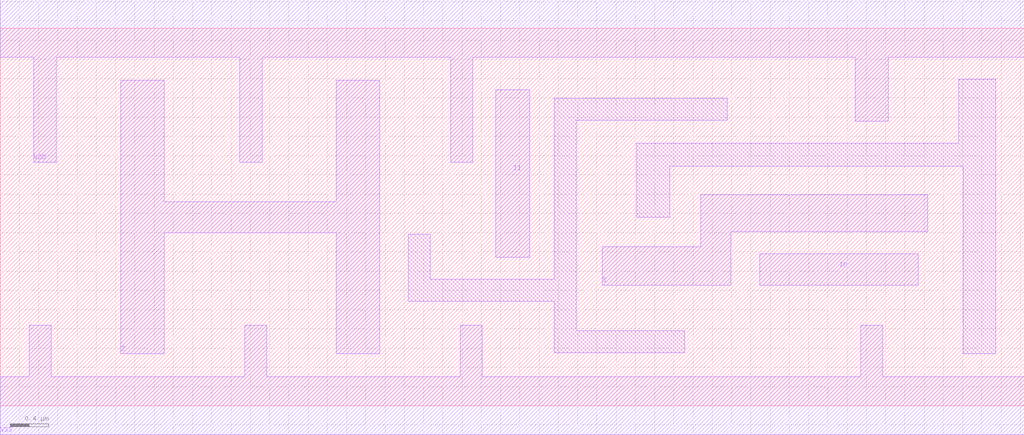
<source format=lef>
# Copyright 2022 GlobalFoundries PDK Authors
#
# Licensed under the Apache License, Version 2.0 (the "License");
# you may not use this file except in compliance with the License.
# You may obtain a copy of the License at
#
#      http://www.apache.org/licenses/LICENSE-2.0
#
# Unless required by applicable law or agreed to in writing, software
# distributed under the License is distributed on an "AS IS" BASIS,
# WITHOUT WARRANTIES OR CONDITIONS OF ANY KIND, either express or implied.
# See the License for the specific language governing permissions and
# limitations under the License.

MACRO gf180mcu_fd_sc_mcu7t5v0__mux2_4
  CLASS core ;
  FOREIGN gf180mcu_fd_sc_mcu7t5v0__mux2_4 0.0 0.0 ;
  ORIGIN 0 0 ;
  SYMMETRY X Y ;
  SITE GF018hv5v_mcu_sc7 ;
  SIZE 10.64 BY 3.92 ;
  PIN I0
    DIRECTION INPUT ;
    ANTENNAGATEAREA 1.102 ;
    PORT
      LAYER METAL1 ;
        POLYGON 7.89 1.25 9.54 1.25 9.54 1.58 7.89 1.58  ;
    END
  END I0
  PIN I1
    DIRECTION INPUT ;
    ANTENNAGATEAREA 1.102 ;
    PORT
      LAYER METAL1 ;
        POLYGON 5.15 1.545 5.5 1.545 5.5 3.285 5.15 3.285  ;
    END
  END I1
  PIN S
    DIRECTION INPUT ;
    ANTENNAGATEAREA 2.204 ;
    PORT
      LAYER METAL1 ;
        POLYGON 6.255 1.25 7.59 1.25 7.59 1.81 9.635 1.81 9.635 2.195 7.28 2.195 7.28 1.65 6.255 1.65  ;
    END
  END S
  PIN Z
    DIRECTION OUTPUT ;
    ANTENNADIFFAREA 2.3046 ;
    PORT
      LAYER METAL1 ;
        POLYGON 1.25 0.54 1.705 0.54 1.705 1.8 3.49 1.8 3.49 0.54 3.945 0.54 3.945 3.38 3.49 3.38 3.49 2.12 1.705 2.12 1.705 3.38 1.25 3.38  ;
    END
  END Z
  PIN VDD
    DIRECTION INOUT ;
    USE power ;
    SHAPE ABUTMENT ;
    PORT
      LAYER METAL1 ;
        POLYGON 0 3.62 0.35 3.62 0.35 2.53 0.58 2.53 0.58 3.62 2.49 3.62 2.49 2.53 2.72 2.53 2.72 3.62 4.68 3.62 4.68 2.53 4.91 2.53 4.91 3.62 7.555 3.62 8.885 3.62 8.885 2.955 9.225 2.955 9.225 3.62 10.345 3.62 10.64 3.62 10.64 4.22 10.345 4.22 7.555 4.22 0 4.22  ;
    END
  END VDD
  PIN VSS
    DIRECTION INOUT ;
    USE ground ;
    SHAPE ABUTMENT ;
    PORT
      LAYER METAL1 ;
        POLYGON 0 -0.3 10.64 -0.3 10.64 0.3 9.17 0.3 9.17 0.835 8.94 0.835 8.94 0.3 5.01 0.3 5.01 0.835 4.78 0.835 4.78 0.3 2.77 0.3 2.77 0.835 2.54 0.835 2.54 0.3 0.53 0.3 0.53 0.835 0.3 0.835 0.3 0.3 0 0.3  ;
    END
  END VSS
  OBS
      LAYER METAL1 ;
        POLYGON 5.985 2.965 7.555 2.965 7.555 3.195 5.755 3.195 5.755 1.315 4.47 1.315 4.47 1.78 4.24 1.78 4.24 1.085 5.755 1.085 5.755 0.55 7.115 0.55 7.115 0.78 5.985 0.78  ;
        POLYGON 6.615 1.96 6.955 1.96 6.955 2.49 10.005 2.49 10.005 0.54 10.345 0.54 10.345 3.39 9.96 3.39 9.96 2.725 6.615 2.725  ;
  END
END gf180mcu_fd_sc_mcu7t5v0__mux2_4

</source>
